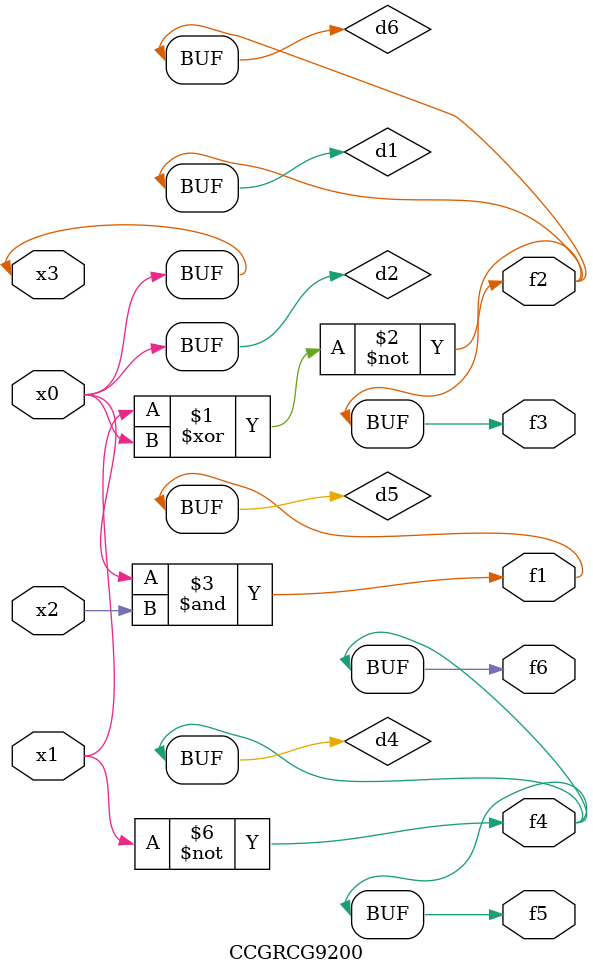
<source format=v>
module CCGRCG9200(
	input x0, x1, x2, x3,
	output f1, f2, f3, f4, f5, f6
);

	wire d1, d2, d3, d4, d5, d6;

	xnor (d1, x1, x3);
	buf (d2, x0, x3);
	nand (d3, x0, x2);
	not (d4, x1);
	nand (d5, d3);
	or (d6, d1);
	assign f1 = d5;
	assign f2 = d6;
	assign f3 = d6;
	assign f4 = d4;
	assign f5 = d4;
	assign f6 = d4;
endmodule

</source>
